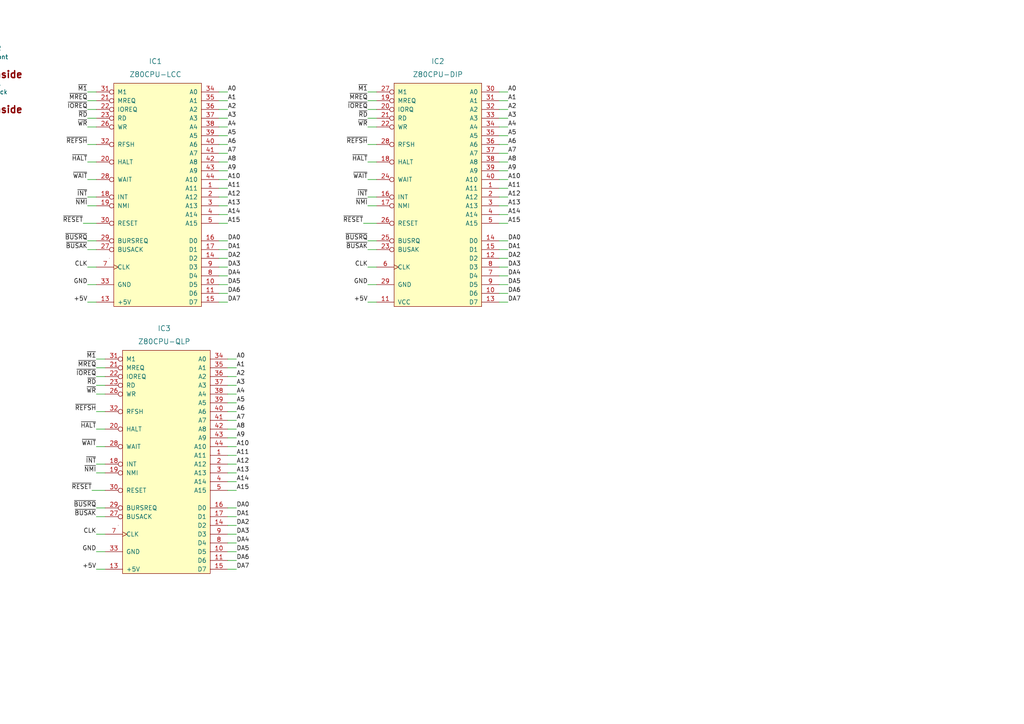
<source format=kicad_sch>
(kicad_sch (version 20211123) (generator eeschema)
  (paper "A4")
  (lib_symbols
    (symbol "Graphic:ZilogBack" (pin_names (offset 1.016))
      (property "Reference" "Logo" (at 2.54 1.27 0))
      (property "Value" "Graphic_ZilogBack" (at 5.08 3.81 0))
      (symbol "ZilogBack_0_0"
        (text "Zilog Inside" (at 8.89 -1.27 0) (effects (font (size 2.0066 2.0066) bold)))
      )
    )
    (symbol "Graphic:ZilogFront" (pin_names (offset 1.016))
      (property "Reference" "Logo" (at 2.54 1.27 0))
      (property "Value" "Graphic_ZilogFront" (at 5.08 3.81 0))
      (symbol "ZilogFront_0_0"
        (text "Zilog Inside" (at 8.89 -1.27 0) (effects (font (size 2.0066 2.0066) bold)))
      )
    )
    (symbol "Zilog_Z80:Z80CPU-DIP" (pin_names (offset 1.016))
      (property "Reference" "IC" (at 0 1.27 0))
      (property "Value" "Z80CPU-DIP" (at 12.7 1.27 0))
      (symbol "Z80CPU-DIP_1_0"
        (rectangle (start 0 0) (end 25.4 -64.77) (fill (type background)))
        (pin output line (at 30.48 -30.48 180) (length 5.08) (name "A11") (number "1"))
        (pin bidirectional line (at 30.48 -60.96 180) (length 5.08) (name "D6") (number "10"))
        (pin power_in line (at -5.08 -63.5 0) (length 5.08) (name "VCC") (number "11"))
        (pin bidirectional line (at 30.48 -50.8 180) (length 5.08) (name "D2") (number "12"))
        (pin bidirectional line (at 30.48 -63.5 180) (length 5.08) (name "D7") (number "13"))
        (pin bidirectional line (at 30.48 -45.72 180) (length 5.08) (name "D0") (number "14"))
        (pin bidirectional line (at 30.48 -48.26 180) (length 5.08) (name "D1") (number "15"))
        (pin input inverted (at -5.08 -33.02 0) (length 5.08) (name "INT") (number "16"))
        (pin input inverted (at -5.08 -35.56 0) (length 5.08) (name "NMI") (number "17"))
        (pin output inverted (at -5.08 -22.86 0) (length 5.08) (name "HALT") (number "18"))
        (pin output inverted (at -5.08 -5.08 0) (length 5.08) (name "MREQ") (number "19"))
        (pin output line (at 30.48 -33.02 180) (length 5.08) (name "A12") (number "2"))
        (pin output inverted (at -5.08 -7.62 0) (length 5.08) (name "IORQ") (number "20"))
        (pin output inverted (at -5.08 -10.16 0) (length 5.08) (name "RD") (number "21"))
        (pin output inverted (at -5.08 -12.7 0) (length 5.08) (name "WR") (number "22"))
        (pin output inverted (at -5.08 -48.26 0) (length 5.08) (name "BUSAK") (number "23"))
        (pin input inverted (at -5.08 -27.94 0) (length 5.08) (name "WAIT") (number "24"))
        (pin input inverted (at -5.08 -45.72 0) (length 5.08) (name "BUSRQ") (number "25"))
        (pin input inverted (at -5.08 -40.64 0) (length 5.08) (name "RESET") (number "26"))
        (pin output inverted (at -5.08 -2.54 0) (length 5.08) (name "M1") (number "27"))
        (pin output inverted (at -5.08 -17.78 0) (length 5.08) (name "RFSH") (number "28"))
        (pin power_in line (at -5.08 -58.42 0) (length 5.08) (name "GND") (number "29"))
        (pin output line (at 30.48 -35.56 180) (length 5.08) (name "A13") (number "3"))
        (pin output line (at 30.48 -2.54 180) (length 5.08) (name "A0") (number "30"))
        (pin output line (at 30.48 -5.08 180) (length 5.08) (name "A1") (number "31"))
        (pin output line (at 30.48 -7.62 180) (length 5.08) (name "A2") (number "32"))
        (pin output line (at 30.48 -10.16 180) (length 5.08) (name "A3") (number "33"))
        (pin output line (at 30.48 -12.7 180) (length 5.08) (name "A4") (number "34"))
        (pin output line (at 30.48 -15.24 180) (length 5.08) (name "A5") (number "35"))
        (pin output line (at 30.48 -17.78 180) (length 5.08) (name "A6") (number "36"))
        (pin output line (at 30.48 -20.32 180) (length 5.08) (name "A7") (number "37"))
        (pin output line (at 30.48 -22.86 180) (length 5.08) (name "A8") (number "38"))
        (pin output line (at 30.48 -25.4 180) (length 5.08) (name "A9") (number "39"))
        (pin output line (at 30.48 -38.1 180) (length 5.08) (name "A14") (number "4"))
        (pin output line (at 30.48 -27.94 180) (length 5.08) (name "A10") (number "40"))
        (pin output line (at 30.48 -40.64 180) (length 5.08) (name "A15") (number "5"))
        (pin input clock (at -5.08 -53.34 0) (length 5.08) (name "CLK") (number "6"))
        (pin bidirectional line (at 30.48 -55.88 180) (length 5.08) (name "D4") (number "7"))
        (pin bidirectional line (at 30.48 -53.34 180) (length 5.08) (name "D3") (number "8"))
        (pin bidirectional line (at 30.48 -58.42 180) (length 5.08) (name "D5") (number "9"))
      )
    )
    (symbol "Zilog_Z80:Z80CPU-LCC" (pin_names (offset 1.016))
      (property "Reference" "Z0" (at 12.7 -67.31 0))
      (property "Value" "Z84C0020VEG" (at 12.7 -69.85 0))
      (symbol "Z80CPU-LCC_0_0"
        (pin no_connect line (at 11.43 -67.31 90) (length 2.54) hide (name "NC") (number "12"))
        (pin no_connect line (at 13.97 -67.31 90) (length 2.54) hide (name "NC") (number "24"))
        (pin no_connect line (at 16.51 -67.31 90) (length 2.54) hide (name "NC") (number "25"))
        (pin output line (at 30.48 -20.32 180) (length 5.08) (name "A7") (number "41"))
        (pin output line (at 30.48 -22.86 180) (length 5.08) (name "A8") (number "42"))
        (pin output line (at 30.48 -25.4 180) (length 5.08) (name "A9") (number "43"))
        (pin output line (at 30.48 -27.94 180) (length 5.08) (name "A10") (number "44"))
        (pin no_connect line (at 8.89 -67.31 90) (length 2.54) hide (name "NC") (number "6"))
      )
      (symbol "Z80CPU-LCC_1_0"
        (rectangle (start -1.27 -50.8) (end -1.27 -50.8))
        (rectangle (start 0 0) (end 25.4 -64.77) (fill (type background)))
        (pin output line (at 30.48 -30.48 180) (length 5.08) (name "A11") (number "1"))
        (pin bidirectional line (at 30.48 -58.42 180) (length 5.08) (name "D5") (number "10"))
        (pin bidirectional line (at 30.48 -60.96 180) (length 5.08) (name "D6") (number "11"))
        (pin power_in line (at -5.08 -63.5 0) (length 5.08) (name "+5V") (number "13"))
        (pin bidirectional line (at 30.48 -50.8 180) (length 5.08) (name "D2") (number "14"))
        (pin bidirectional line (at 30.48 -63.5 180) (length 5.08) (name "D7") (number "15"))
        (pin bidirectional line (at 30.48 -45.72 180) (length 5.08) (name "D0") (number "16"))
        (pin bidirectional line (at 30.48 -48.26 180) (length 5.08) (name "D1") (number "17"))
        (pin input inverted (at -5.08 -33.02 0) (length 5.08) (name "INT") (number "18"))
        (pin input inverted (at -5.08 -35.56 0) (length 5.08) (name "NMI") (number "19"))
        (pin output line (at 30.48 -33.02 180) (length 5.08) (name "A12") (number "2"))
        (pin output inverted (at -5.08 -22.86 0) (length 5.08) (name "HALT") (number "20"))
        (pin output inverted (at -5.08 -5.08 0) (length 5.08) (name "MREQ") (number "21"))
        (pin output inverted (at -5.08 -7.62 0) (length 5.08) (name "IOREQ") (number "22"))
        (pin output inverted (at -5.08 -10.16 0) (length 5.08) (name "RD") (number "23"))
        (pin output inverted (at -5.08 -12.7 0) (length 5.08) (name "WR") (number "26"))
        (pin output inverted (at -5.08 -48.26 0) (length 5.08) (name "BUSACK") (number "27"))
        (pin input inverted (at -5.08 -27.94 0) (length 5.08) (name "WAIT") (number "28"))
        (pin input inverted (at -5.08 -45.72 0) (length 5.08) (name "BURSREQ") (number "29"))
        (pin output line (at 30.48 -35.56 180) (length 5.08) (name "A13") (number "3"))
        (pin input inverted (at -5.08 -40.64 0) (length 5.08) (name "RESET") (number "30"))
        (pin output inverted (at -5.08 -2.54 0) (length 5.08) (name "M1") (number "31"))
        (pin output inverted (at -5.08 -17.78 0) (length 5.08) (name "RFSH") (number "32"))
        (pin power_in line (at -5.08 -58.42 0) (length 5.08) (name "GND") (number "33"))
        (pin output line (at 30.48 -2.54 180) (length 5.08) (name "A0") (number "34"))
        (pin output line (at 30.48 -5.08 180) (length 5.08) (name "A1") (number "35"))
        (pin output line (at 30.48 -7.62 180) (length 5.08) (name "A2") (number "36"))
        (pin output line (at 30.48 -10.16 180) (length 5.08) (name "A3") (number "37"))
        (pin output line (at 30.48 -12.7 180) (length 5.08) (name "A4") (number "38"))
        (pin output line (at 30.48 -15.24 180) (length 5.08) (name "A5") (number "39"))
        (pin output line (at 30.48 -38.1 180) (length 5.08) (name "A14") (number "4"))
        (pin output line (at 30.48 -17.78 180) (length 5.08) (name "A6") (number "40"))
        (pin output line (at 30.48 -40.64 180) (length 5.08) (name "A15") (number "5"))
        (pin input clock (at -5.08 -53.34 0) (length 5.08) (name "CLK") (number "7"))
        (pin bidirectional line (at 30.48 -55.88 180) (length 5.08) (name "D4") (number "8"))
        (pin bidirectional line (at 30.48 -53.34 180) (length 5.08) (name "D3") (number "9"))
      )
    )
  )
  (wire (pts (xy 63.5 36.83) (xy 66.04 36.83)))
  (wire (pts (xy 66.04 109.22) (xy 68.58 109.22)))
  (wire (pts (xy 27.94 119.38) (xy 30.48 119.38)))
  (wire (pts (xy 63.5 52.07) (xy 66.04 52.07)))
  (wire (pts (xy 30.48 104.14) (xy 27.94 104.14)))
  (wire (pts (xy 27.94 87.63) (xy 25.4 87.63)))
  (wire (pts (xy 27.94 64.77) (xy 24.13 64.77)))
  (wire (pts (xy 66.04 134.62) (xy 68.58 134.62)))
  (wire (pts (xy 109.22 34.29) (xy 106.68 34.29)))
  (wire (pts (xy 144.78 57.15) (xy 147.32 57.15)))
  (wire (pts (xy 27.94 72.39) (xy 25.4 72.39)))
  (wire (pts (xy 30.48 160.02) (xy 27.94 160.02)))
  (wire (pts (xy 144.78 59.69) (xy 147.32 59.69)))
  (wire (pts (xy 27.94 34.29) (xy 25.4 34.29)))
  (wire (pts (xy 30.48 134.62) (xy 27.94 134.62)))
  (wire (pts (xy 63.5 74.93) (xy 66.04 74.93)))
  (wire (pts (xy 63.5 77.47) (xy 66.04 77.47)))
  (wire (pts (xy 30.48 142.24) (xy 26.67 142.24)))
  (wire (pts (xy 66.04 106.68) (xy 68.58 106.68)))
  (wire (pts (xy 27.94 29.21) (xy 25.4 29.21)))
  (wire (pts (xy 66.04 139.7) (xy 68.58 139.7)))
  (wire (pts (xy 144.78 34.29) (xy 147.32 34.29)))
  (wire (pts (xy 66.04 160.02) (xy 68.58 160.02)))
  (wire (pts (xy 27.94 26.67) (xy 25.4 26.67)))
  (wire (pts (xy 63.5 59.69) (xy 66.04 59.69)))
  (wire (pts (xy 106.68 69.85) (xy 109.22 69.85)))
  (wire (pts (xy 63.5 69.85) (xy 66.04 69.85)))
  (wire (pts (xy 63.5 85.09) (xy 66.04 85.09)))
  (wire (pts (xy 30.48 149.86) (xy 27.94 149.86)))
  (wire (pts (xy 144.78 41.91) (xy 147.32 41.91)))
  (wire (pts (xy 144.78 54.61) (xy 147.32 54.61)))
  (wire (pts (xy 30.48 165.1) (xy 27.94 165.1)))
  (wire (pts (xy 66.04 154.94) (xy 68.58 154.94)))
  (wire (pts (xy 63.5 87.63) (xy 66.04 87.63)))
  (wire (pts (xy 27.94 147.32) (xy 30.48 147.32)))
  (wire (pts (xy 144.78 49.53) (xy 147.32 49.53)))
  (wire (pts (xy 63.5 57.15) (xy 66.04 57.15)))
  (wire (pts (xy 30.48 137.16) (xy 27.94 137.16)))
  (wire (pts (xy 144.78 39.37) (xy 147.32 39.37)))
  (wire (pts (xy 109.22 77.47) (xy 106.68 77.47)))
  (wire (pts (xy 30.48 154.94) (xy 27.94 154.94)))
  (wire (pts (xy 66.04 114.3) (xy 68.58 114.3)))
  (wire (pts (xy 144.78 72.39) (xy 147.32 72.39)))
  (wire (pts (xy 63.5 62.23) (xy 66.04 62.23)))
  (wire (pts (xy 63.5 26.67) (xy 66.04 26.67)))
  (wire (pts (xy 144.78 80.01) (xy 147.32 80.01)))
  (wire (pts (xy 144.78 29.21) (xy 147.32 29.21)))
  (wire (pts (xy 63.5 54.61) (xy 66.04 54.61)))
  (wire (pts (xy 27.94 31.75) (xy 25.4 31.75)))
  (wire (pts (xy 27.94 52.07) (xy 25.4 52.07)))
  (wire (pts (xy 144.78 77.47) (xy 147.32 77.47)))
  (wire (pts (xy 109.22 82.55) (xy 106.68 82.55)))
  (wire (pts (xy 109.22 59.69) (xy 106.68 59.69)))
  (wire (pts (xy 144.78 31.75) (xy 147.32 31.75)))
  (wire (pts (xy 66.04 132.08) (xy 68.58 132.08)))
  (wire (pts (xy 30.48 114.3) (xy 27.94 114.3)))
  (wire (pts (xy 63.5 29.21) (xy 66.04 29.21)))
  (wire (pts (xy 27.94 82.55) (xy 25.4 82.55)))
  (wire (pts (xy 27.94 59.69) (xy 25.4 59.69)))
  (wire (pts (xy 109.22 52.07) (xy 106.68 52.07)))
  (wire (pts (xy 66.04 149.86) (xy 68.58 149.86)))
  (wire (pts (xy 30.48 124.46) (xy 27.94 124.46)))
  (wire (pts (xy 66.04 119.38) (xy 68.58 119.38)))
  (wire (pts (xy 109.22 72.39) (xy 106.68 72.39)))
  (wire (pts (xy 109.22 36.83) (xy 106.68 36.83)))
  (wire (pts (xy 144.78 74.93) (xy 147.32 74.93)))
  (wire (pts (xy 30.48 109.22) (xy 27.94 109.22)))
  (wire (pts (xy 66.04 116.84) (xy 68.58 116.84)))
  (wire (pts (xy 30.48 111.76) (xy 27.94 111.76)))
  (wire (pts (xy 109.22 46.99) (xy 106.68 46.99)))
  (wire (pts (xy 109.22 87.63) (xy 106.68 87.63)))
  (wire (pts (xy 144.78 85.09) (xy 147.32 85.09)))
  (wire (pts (xy 63.5 41.91) (xy 66.04 41.91)))
  (wire (pts (xy 27.94 77.47) (xy 25.4 77.47)))
  (wire (pts (xy 25.4 69.85) (xy 27.94 69.85)))
  (wire (pts (xy 144.78 87.63) (xy 147.32 87.63)))
  (wire (pts (xy 63.5 44.45) (xy 66.04 44.45)))
  (wire (pts (xy 30.48 106.68) (xy 27.94 106.68)))
  (wire (pts (xy 63.5 64.77) (xy 66.04 64.77)))
  (wire (pts (xy 66.04 104.14) (xy 68.58 104.14)))
  (wire (pts (xy 66.04 111.76) (xy 68.58 111.76)))
  (wire (pts (xy 63.5 46.99) (xy 66.04 46.99)))
  (wire (pts (xy 66.04 124.46) (xy 68.58 124.46)))
  (wire (pts (xy 63.5 34.29) (xy 66.04 34.29)))
  (wire (pts (xy 106.68 41.91) (xy 109.22 41.91)))
  (wire (pts (xy 27.94 36.83) (xy 25.4 36.83)))
  (wire (pts (xy 25.4 41.91) (xy 27.94 41.91)))
  (wire (pts (xy 30.48 129.54) (xy 27.94 129.54)))
  (wire (pts (xy 66.04 147.32) (xy 68.58 147.32)))
  (wire (pts (xy 109.22 29.21) (xy 106.68 29.21)))
  (wire (pts (xy 63.5 39.37) (xy 66.04 39.37)))
  (wire (pts (xy 144.78 36.83) (xy 147.32 36.83)))
  (wire (pts (xy 63.5 31.75) (xy 66.04 31.75)))
  (wire (pts (xy 66.04 152.4) (xy 68.58 152.4)))
  (wire (pts (xy 144.78 62.23) (xy 147.32 62.23)))
  (wire (pts (xy 144.78 82.55) (xy 147.32 82.55)))
  (wire (pts (xy 66.04 121.92) (xy 68.58 121.92)))
  (wire (pts (xy 109.22 26.67) (xy 106.68 26.67)))
  (wire (pts (xy 66.04 157.48) (xy 68.58 157.48)))
  (wire (pts (xy 109.22 57.15) (xy 106.68 57.15)))
  (wire (pts (xy 109.22 64.77) (xy 105.41 64.77)))
  (wire (pts (xy 66.04 162.56) (xy 68.58 162.56)))
  (wire (pts (xy 27.94 57.15) (xy 25.4 57.15)))
  (wire (pts (xy 144.78 26.67) (xy 147.32 26.67)))
  (wire (pts (xy 144.78 64.77) (xy 147.32 64.77)))
  (wire (pts (xy 144.78 69.85) (xy 147.32 69.85)))
  (wire (pts (xy 66.04 142.24) (xy 68.58 142.24)))
  (wire (pts (xy 144.78 52.07) (xy 147.32 52.07)))
  (wire (pts (xy 66.04 129.54) (xy 68.58 129.54)))
  (wire (pts (xy 63.5 49.53) (xy 66.04 49.53)))
  (wire (pts (xy 27.94 46.99) (xy 25.4 46.99)))
  (wire (pts (xy 63.5 80.01) (xy 66.04 80.01)))
  (wire (pts (xy 63.5 72.39) (xy 66.04 72.39)))
  (wire (pts (xy 66.04 165.1) (xy 68.58 165.1)))
  (wire (pts (xy 66.04 127) (xy 68.58 127)))
  (wire (pts (xy 66.04 137.16) (xy 68.58 137.16)))
  (wire (pts (xy 109.22 31.75) (xy 106.68 31.75)))
  (wire (pts (xy 63.5 82.55) (xy 66.04 82.55)))
  (wire (pts (xy 144.78 46.99) (xy 147.32 46.99)))
  (wire (pts (xy 144.78 44.45) (xy 147.32 44.45)))
  (label "A14" (at 147.32 62.23 0))
  (label "~{IOREQ}" (at 27.94 109.22 180))
  (label "A3" (at 66.04 34.29 0))
  (label "A7" (at 147.32 44.45 0))
  (label "~{M1}" (at 106.68 26.67 180))
  (label "DA2" (at 68.58 152.4 0))
  (label "A6" (at 147.32 41.91 0))
  (label "A12" (at 147.32 57.15 0))
  (label "A7" (at 66.04 44.45 0))
  (label "A7" (at 68.58 121.92 0))
  (label "DA4" (at 68.58 157.48 0))
  (label "A15" (at 147.32 64.77 0))
  (label "CLK" (at 25.4 77.47 180))
  (label "~{HALT}" (at 25.4 46.99 180))
  (label "DA5" (at 147.32 82.55 0))
  (label "~{RESET}" (at 24.13 64.77 180))
  (label "A15" (at 66.04 64.77 0))
  (label "~{REFSH}" (at 27.94 119.38 180))
  (label "A13" (at 68.58 137.16 0))
  (label "A11" (at 147.32 54.61 0))
  (label "DA7" (at 66.04 87.63 0))
  (label "~{INT}" (at 27.94 134.62 180))
  (label "A11" (at 66.04 54.61 0))
  (label "~{M1}" (at 25.4 26.67 180))
  (label "A11" (at 68.58 132.08 0))
  (label "A10" (at 147.32 52.07 0))
  (label "A14" (at 66.04 62.23 0))
  (label "A12" (at 68.58 134.62 0))
  (label "DA4" (at 147.32 80.01 0))
  (label "A4" (at 147.32 36.83 0))
  (label "DA7" (at 68.58 165.1 0))
  (label "A3" (at 147.32 34.29 0))
  (label "A3" (at 68.58 111.76 0))
  (label "A1" (at 147.32 29.21 0))
  (label "~{IOREQ}" (at 25.4 31.75 180))
  (label "A12" (at 66.04 57.15 0))
  (label "DA2" (at 66.04 74.93 0))
  (label "+5V" (at 106.68 87.63 180))
  (label "DA0" (at 147.32 69.85 0))
  (label "A13" (at 66.04 59.69 0))
  (label "A15" (at 68.58 142.24 0))
  (label "~{RESET}" (at 26.67 142.24 180))
  (label "A0" (at 68.58 104.14 0))
  (label "DA7" (at 147.32 87.63 0))
  (label "A10" (at 68.58 129.54 0))
  (label "DA3" (at 147.32 77.47 0))
  (label "CLK" (at 27.94 154.94 180))
  (label "~{WAIT}" (at 106.68 52.07 180))
  (label "~{HALT}" (at 106.68 46.99 180))
  (label "DA5" (at 68.58 160.02 0))
  (label "~{BUSAK}" (at 106.68 72.39 180))
  (label "A0" (at 147.32 26.67 0))
  (label "A2" (at 66.04 31.75 0))
  (label "~{WR}" (at 25.4 36.83 180))
  (label "A2" (at 68.58 109.22 0))
  (label "A8" (at 68.58 124.46 0))
  (label "~{RESET}" (at 105.41 64.77 180))
  (label "GND" (at 25.4 82.55 180))
  (label "A9" (at 147.32 49.53 0))
  (label "~{WR}" (at 106.68 36.83 180))
  (label "~{NMI}" (at 27.94 137.16 180))
  (label "~{WAIT}" (at 25.4 52.07 180))
  (label "A0" (at 66.04 26.67 0))
  (label "DA4" (at 66.04 80.01 0))
  (label "DA6" (at 68.58 162.56 0))
  (label "~{INT}" (at 25.4 57.15 180))
  (label "~{BUSRQ}" (at 106.68 69.85 180))
  (label "A5" (at 147.32 39.37 0))
  (label "A5" (at 66.04 39.37 0))
  (label "DA0" (at 66.04 69.85 0))
  (label "~{M1}" (at 27.94 104.14 180))
  (label "~{REFSH}" (at 106.68 41.91 180))
  (label "A6" (at 66.04 41.91 0))
  (label "~{RD}" (at 106.68 34.29 180))
  (label "DA3" (at 66.04 77.47 0))
  (label "A9" (at 66.04 49.53 0))
  (label "A4" (at 66.04 36.83 0))
  (label "~{BUSRQ}" (at 27.94 147.32 180))
  (label "A14" (at 68.58 139.7 0))
  (label "CLK" (at 106.68 77.47 180))
  (label "A8" (at 66.04 46.99 0))
  (label "~{IOREQ}" (at 106.68 31.75 180))
  (label "~{BUSAK}" (at 25.4 72.39 180))
  (label "GND" (at 27.94 160.02 180))
  (label "~{MREQ}" (at 27.94 106.68 180))
  (label "DA1" (at 68.58 149.86 0))
  (label "~{INT}" (at 106.68 57.15 180))
  (label "DA2" (at 147.32 74.93 0))
  (label "~{WAIT}" (at 27.94 129.54 180))
  (label "A4" (at 68.58 114.3 0))
  (label "~{NMI}" (at 106.68 59.69 180))
  (label "A1" (at 66.04 29.21 0))
  (label "A1" (at 68.58 106.68 0))
  (label "DA6" (at 147.32 85.09 0))
  (label "~{RD}" (at 25.4 34.29 180))
  (label "A6" (at 68.58 119.38 0))
  (label "~{WR}" (at 27.94 114.3 180))
  (label "~{REFSH}" (at 25.4 41.91 180))
  (label "DA3" (at 68.58 154.94 0))
  (label "~{NMI}" (at 25.4 59.69 180))
  (label "GND" (at 106.68 82.55 180))
  (label "A2" (at 147.32 31.75 0))
  (label "A9" (at 68.58 127 0))
  (label "~{MREQ}" (at 25.4 29.21 180))
  (label "DA5" (at 66.04 82.55 0))
  (label "DA6" (at 66.04 85.09 0))
  (label "A10" (at 66.04 52.07 0))
  (label "A5" (at 68.58 116.84 0))
  (label "A8" (at 147.32 46.99 0))
  (label "~{HALT}" (at 27.94 124.46 180))
  (label "+5V" (at 25.4 87.63 180))
  (label "DA1" (at 147.32 72.39 0))
  (label "DA1" (at 66.04 72.39 0))
  (label "~{BUSRQ}" (at 25.4 69.85 180))
  (label "~{MREQ}" (at 106.68 29.21 180))
  (label "DA0" (at 68.58 147.32 0))
  (label "~{BUSAK}" (at 27.94 149.86 180))
  (label "+5V" (at 27.94 165.1 180))
  (label "~{RD}" (at 27.94 111.76 180))
  (label "A13" (at 147.32 59.69 0))
  (symbol (lib_id "Graphic:ZilogBack") (at -11.43 30.48 0) (unit 1)
    (property "Reference" "Logo1" (at -2.54 24.13 0))
    (property "Value" "ZilogBack" (at -2.54 26.67 0))
    (property "Footprint" "Symbol:ZilogInsideBack" (effects hide))
  )
  (symbol (lib_id "Graphic:ZilogFront") (at -11.43 20.32 0) (unit 1)
    (property "Reference" "Logo2" (at -2.54 13.97 0))
    (property "Value" "ZilogFront" (at -2.54 16.51 0))
    (property "Footprint" "Symbol:ZilogInsideFront" (effects hide))
  )
  (symbol (lib_id "Zilog_Z80:Z80CPU-LCC") (at 33.02 24.13 0) (unit 1)
    (property "Reference" "IC1" (at 45.085 17.78 0) (effects (font (size 1.4986 1.4986))))
    (property "Value" "Z80CPU-LCC" (at 45.085 21.59 0) (effects (font (size 1.4986 1.4986))))
    (property "Footprint" "ExtraFootprints:PLCC-44_THT-Socket" (effects hide))
    (property "Datasheet" "https://www.mouser.co.uk/datasheet/2/450/ps0178-19386.pdf" (effects hide))
    (property "Manufacturer_Name" "Zilog" (effects hide))
    (property "Manufacturer_Part_Number" "Z84C00" (effects hide))
  )
  (symbol (lib_id "Zilog_Z80:Z80CPU-DIP") (at 114.3 24.13 0) (unit 1)
    (property "Reference" "IC2" (at 127 17.78 0) (effects (font (size 1.4986 1.4986))))
    (property "Value" "Z80CPU-DIP" (at 127 21.59 0) (effects (font (size 1.4986 1.4986))))
    (property "Footprint" "Package_DIP:DIP-40_W15.24mm_Socket" (effects hide))
    (property "Datasheet" "https://www.mouser.co.uk/datasheet/2/450/ps0178-19386.pdf" (effects hide))
  )
  (symbol (lib_id "Zilog_Z80:Z80CPU-LCC") (at 35.56 101.6 0) (unit 1)
    (property "Reference" "IC3" (at 47.625 95.25 0) (effects (font (size 1.4986 1.4986))))
    (property "Value" "Z80CPU-QLP" (at 47.625 99.06 0) (effects (font (size 1.4986 1.4986))))
    (property "Footprint" "Package_QFP:LQFP-44_10x10mm_P0.8mm" (effects hide))
    (property "Datasheet" "https://www.mouser.co.uk/datasheet/2/450/ps0178-19386.pdf" (effects hide))
    (property "Manufacturer_Name" "Zilog" (effects hide))
    (property "Manufacturer_Part_Number" "Z84C00" (effects hide))
  )
)
</source>
